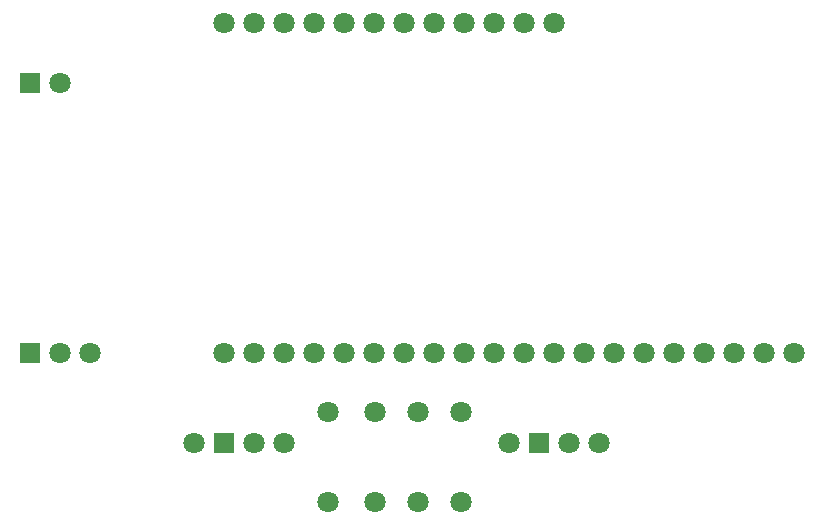
<source format=gts>
%TF.GenerationSoftware,KiCad,Pcbnew,9.0.0*%
%TF.CreationDate,2025-03-03T00:58:11-08:00*%
%TF.ProjectId,tag,7461672e-6b69-4636-9164-5f7063625858,v0.1*%
%TF.SameCoordinates,Original*%
%TF.FileFunction,Soldermask,Top*%
%TF.FilePolarity,Negative*%
%FSLAX46Y46*%
G04 Gerber Fmt 4.6, Leading zero omitted, Abs format (unit mm)*
G04 Created by KiCad (PCBNEW 9.0.0) date 2025-03-03 00:58:11*
%MOMM*%
%LPD*%
G01*
G04 APERTURE LIST*
%ADD10R,1.800000X1.800000*%
%ADD11C,1.800000*%
G04 APERTURE END LIST*
D10*
%TO.C,5V_DC_DC_Converter1*%
X106880000Y-102970000D03*
D11*
X109420000Y-102970000D03*
X111960000Y-102970000D03*
D10*
X106880000Y-80110000D03*
D11*
X109420000Y-80110000D03*
%TD*%
%TO.C,R1*%
X132080000Y-115570000D03*
X132080000Y-107950000D03*
%TD*%
%TO.C,ESP32_UWB1*%
X123290000Y-102970000D03*
X125830000Y-102970000D03*
X128370000Y-102970000D03*
X130910000Y-102970000D03*
X133450000Y-102970000D03*
X135990000Y-102970000D03*
X138530000Y-102970000D03*
X141070000Y-102970000D03*
X143610000Y-102970000D03*
X146150000Y-102970000D03*
X148690000Y-102970000D03*
X151230000Y-102970000D03*
X153770000Y-102970000D03*
X156310000Y-102970000D03*
X158850000Y-102970000D03*
X161390000Y-102970000D03*
X163930000Y-102970000D03*
X166470000Y-102970000D03*
X169010000Y-102970000D03*
X171550000Y-102970000D03*
X123290000Y-75030000D03*
X125830000Y-75030000D03*
X128370000Y-75030000D03*
X130910000Y-75030000D03*
X133450000Y-75030000D03*
X135990000Y-75030000D03*
X138530000Y-75030000D03*
X141070000Y-75030000D03*
X143610000Y-75030000D03*
X146150000Y-75030000D03*
X148690000Y-75030000D03*
X151230000Y-75030000D03*
%TD*%
%TO.C,R2*%
X136060000Y-115570000D03*
X136060000Y-107950000D03*
%TD*%
%TO.C,R4*%
X143340000Y-115570000D03*
X143340000Y-107950000D03*
%TD*%
%TO.C,RGB_LED_ROUND1*%
X120750000Y-110590000D03*
D10*
X123290000Y-110590000D03*
D11*
X125830000Y-110590000D03*
X128370000Y-110590000D03*
%TD*%
%TO.C,RGB_LED_ROUND2*%
X147420000Y-110590000D03*
D10*
X149960000Y-110590000D03*
D11*
X152500000Y-110590000D03*
X155040000Y-110590000D03*
%TD*%
%TO.C,R3*%
X139700000Y-115570000D03*
X139700000Y-107950000D03*
%TD*%
M02*

</source>
